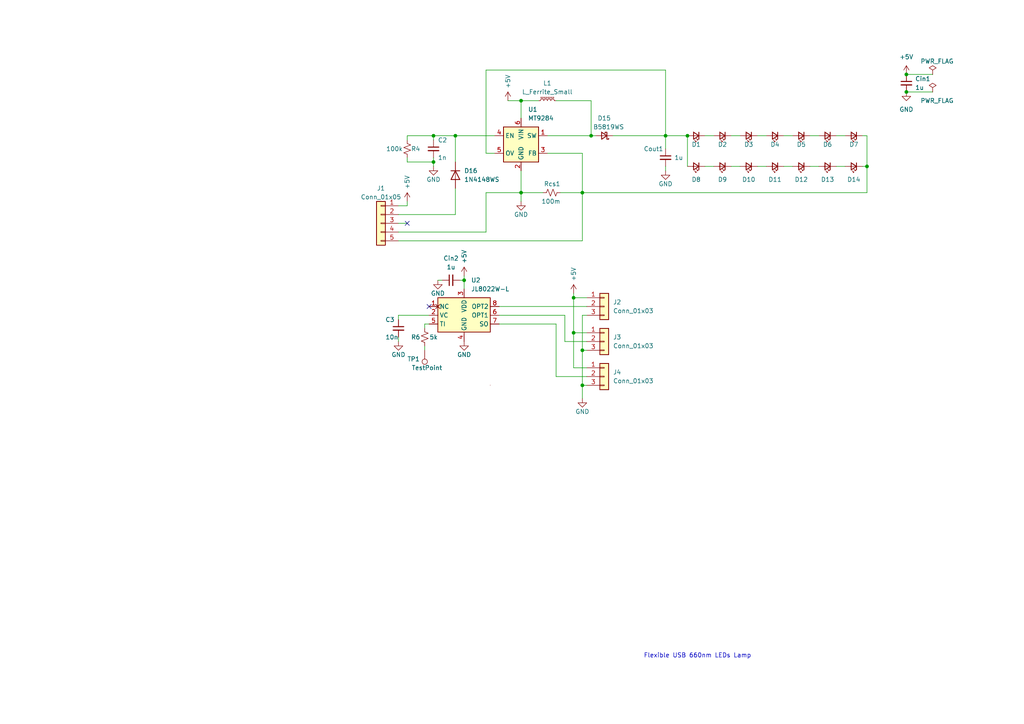
<source format=kicad_sch>
(kicad_sch (version 20211123) (generator eeschema)
  (paper "A4")
  (lib_symbols
    (symbol "Connector:TestPoint" (pin_numbers hide) (pin_names (offset 0.762) hide)
      (property "Reference" "TP" (at 0 6.858 0))
      (property "Value" "TestPoint" (at 0 5.08 0))
      (symbol "TestPoint_0_1"
        (circle (center 0 3.302) (radius 0.762))
      )
      (symbol "TestPoint_1_1"
        (pin passive line (at 0 0 90) (length 2.54) (name "1") (number "1"))
      )
    )
    (symbol "Connector_Generic:Conn_01x03" (pin_names (offset 1.016) hide)
      (property "Reference" "J" (at 0 5.08 0))
      (property "Value" "Conn_01x03" (at 0 -5.08 0))
      (symbol "Conn_01x03_1_1"
        (rectangle (start -1.27 -2.413) (end 0 -2.667) (stroke (width 0.1524)))
        (rectangle (start -1.27 0.127) (end 0 -0.127) (stroke (width 0.1524)))
        (rectangle (start -1.27 2.667) (end 0 2.413) (stroke (width 0.1524)))
        (rectangle (start -1.27 3.81) (end 1.27 -3.81) (stroke (width 0.254)) (fill (type background)))
        (pin passive line (at -5.08 2.54 0) (length 3.81) (name "Pin_1") (number "1"))
        (pin passive line (at -5.08 0 0) (length 3.81) (name "Pin_2") (number "2"))
        (pin passive line (at -5.08 -2.54 0) (length 3.81) (name "Pin_3") (number "3"))
      )
    )
    (symbol "Connector_Generic:Conn_01x05" (pin_names (offset 1.016) hide)
      (property "Reference" "J" (at 0 7.62 0))
      (property "Value" "Conn_01x05" (at 0 -7.62 0))
      (symbol "Conn_01x05_1_1"
        (rectangle (start -1.27 -4.953) (end 0 -5.207) (stroke (width 0.1524)))
        (rectangle (start -1.27 -2.413) (end 0 -2.667) (stroke (width 0.1524)))
        (rectangle (start -1.27 0.127) (end 0 -0.127) (stroke (width 0.1524)))
        (rectangle (start -1.27 2.667) (end 0 2.413) (stroke (width 0.1524)))
        (rectangle (start -1.27 5.207) (end 0 4.953) (stroke (width 0.1524)))
        (rectangle (start -1.27 6.35) (end 1.27 -6.35) (stroke (width 0.254)) (fill (type background)))
        (pin passive line (at -5.08 5.08 0) (length 3.81) (name "Pin_1") (number "1"))
        (pin passive line (at -5.08 2.54 0) (length 3.81) (name "Pin_2") (number "2"))
        (pin passive line (at -5.08 0 0) (length 3.81) (name "Pin_3") (number "3"))
        (pin passive line (at -5.08 -2.54 0) (length 3.81) (name "Pin_4") (number "4"))
        (pin passive line (at -5.08 -5.08 0) (length 3.81) (name "Pin_5") (number "5"))
      )
    )
    (symbol "Device:C_Small" (pin_numbers hide) (pin_names (offset 0.254) hide)
      (property "Reference" "C" (at 0.254 1.778 0))
      (property "Value" "C_Small" (at 0.254 -2.032 0))
      (symbol "C_Small_0_1"
        (polyline (pts (xy -1.524 -0.508) (xy 1.524 -0.508)) (stroke (width 0.3302)))
        (polyline (pts (xy -1.524 0.508) (xy 1.524 0.508)) (stroke (width 0.3048)))
      )
      (symbol "C_Small_1_1"
        (pin passive line (at 0 2.54 270) (length 2.032) (name "~") (number "1"))
        (pin passive line (at 0 -2.54 90) (length 2.032) (name "~") (number "2"))
      )
    )
    (symbol "Device:D_Schottky_Small" (pin_numbers hide) (pin_names (offset 0.254) hide)
      (property "Reference" "D" (at -1.27 2.032 0))
      (property "Value" "D_Schottky_Small" (at -7.112 -2.032 0))
      (symbol "D_Schottky_Small_0_1"
        (polyline (pts (xy -0.762 0) (xy 0.762 0)))
        (polyline (pts (xy 0.762 -1.016) (xy -0.762 0) (xy 0.762 1.016) (xy 0.762 -1.016)) (stroke (width 0.254)))
        (polyline (pts (xy -1.27 0.762) (xy -1.27 1.016) (xy -0.762 1.016) (xy -0.762 -1.016) (xy -0.254 -1.016) (xy -0.254 -0.762)) (stroke (width 0.254)))
      )
      (symbol "D_Schottky_Small_1_1"
        (pin passive line (at -2.54 0 0) (length 1.778) (name "K") (number "1"))
        (pin passive line (at 2.54 0 180) (length 1.778) (name "A") (number "2"))
      )
    )
    (symbol "Device:LED_Small" (pin_numbers hide) (pin_names (offset 0.254) hide)
      (property "Reference" "D" (at -1.27 3.175 0))
      (property "Value" "LED_Small" (at -4.445 -2.54 0))
      (symbol "LED_Small_0_1"
        (polyline (pts (xy -0.762 -1.016) (xy -0.762 1.016)) (stroke (width 0.254)))
        (polyline (pts (xy 1.016 0) (xy -0.762 0)))
        (polyline (pts (xy 0.762 -1.016) (xy -0.762 0) (xy 0.762 1.016) (xy 0.762 -1.016)) (stroke (width 0.254)))
        (polyline (pts (xy 0 0.762) (xy -0.508 1.27) (xy -0.254 1.27) (xy -0.508 1.27) (xy -0.508 1.016)))
        (polyline (pts (xy 0.508 1.27) (xy 0 1.778) (xy 0.254 1.778) (xy 0 1.778) (xy 0 1.524)))
      )
      (symbol "LED_Small_1_1"
        (pin passive line (at -2.54 0 0) (length 1.778) (name "K") (number "1"))
        (pin passive line (at 2.54 0 180) (length 1.778) (name "A") (number "2"))
      )
    )
    (symbol "Device:L_Ferrite_Small" (pin_numbers hide) (pin_names (offset 0.254) hide)
      (property "Reference" "L" (at 1.27 1.016 0))
      (property "Value" "L_Ferrite_Small" (at 1.27 -1.27 0))
      (symbol "L_Ferrite_Small_0_1"
        (arc (start 0 -2.032) (mid 0.508 -1.524) (end 0 -1.016))
        (arc (start 0 -1.016) (mid 0.508 -0.508) (end 0 0))
        (polyline (pts (xy 0.762 -1.905) (xy 0.762 -1.651)))
        (polyline (pts (xy 0.762 -1.397) (xy 0.762 -1.143)))
        (polyline (pts (xy 0.762 -0.889) (xy 0.762 -0.635)))
        (polyline (pts (xy 0.762 -0.381) (xy 0.762 -0.127)))
        (polyline (pts (xy 0.762 0.127) (xy 0.762 0.381)))
        (polyline (pts (xy 0.762 0.635) (xy 0.762 0.889)))
        (polyline (pts (xy 0.762 1.143) (xy 0.762 1.397)))
        (polyline (pts (xy 0.762 1.651) (xy 0.762 1.905)))
        (polyline (pts (xy 1.016 -1.651) (xy 1.016 -1.905)))
        (polyline (pts (xy 1.016 -1.143) (xy 1.016 -1.397)))
        (polyline (pts (xy 1.016 -0.635) (xy 1.016 -0.889)))
        (polyline (pts (xy 1.016 -0.127) (xy 1.016 -0.381)))
        (polyline (pts (xy 1.016 0.381) (xy 1.016 0.127)))
        (polyline (pts (xy 1.016 0.889) (xy 1.016 0.635)))
        (polyline (pts (xy 1.016 1.397) (xy 1.016 1.143)))
        (polyline (pts (xy 1.016 1.905) (xy 1.016 1.651)))
        (arc (start 0 0) (mid 0.508 0.508) (end 0 1.016))
        (arc (start 0 1.016) (mid 0.508 1.524) (end 0 2.032))
      )
      (symbol "L_Ferrite_Small_1_1"
        (pin passive line (at 0 2.54 270) (length 0.508) (name "~") (number "1"))
        (pin passive line (at 0 -2.54 90) (length 0.508) (name "~") (number "2"))
      )
    )
    (symbol "Device:R_Small_US" (pin_numbers hide) (pin_names (offset 0.254) hide)
      (property "Reference" "R" (at 0.762 0.508 0))
      (property "Value" "R_Small_US" (at 0.762 -1.016 0))
      (symbol "R_Small_US_1_1"
        (polyline (pts (xy 0 0) (xy 1.016 -0.381) (xy 0 -0.762) (xy -1.016 -1.143) (xy 0 -1.524)))
        (polyline (pts (xy 0 1.524) (xy 1.016 1.143) (xy 0 0.762) (xy -1.016 0.381) (xy 0 0)))
        (pin passive line (at 0 2.54 270) (length 1.016) (name "~") (number "1"))
        (pin passive line (at 0 -2.54 90) (length 1.016) (name "~") (number "2"))
      )
    )
    (symbol "Diode:1N4148WS" (pin_numbers hide) (pin_names (offset 1.016) hide)
      (property "Reference" "D" (at 0 2.54 0))
      (property "Value" "1N4148WS" (at 0 -2.54 0))
      (symbol "1N4148WS_0_1"
        (polyline (pts (xy -1.27 1.27) (xy -1.27 -1.27)) (stroke (width 0.254)))
        (polyline (pts (xy 1.27 0) (xy -1.27 0)))
        (polyline (pts (xy 1.27 1.27) (xy 1.27 -1.27) (xy -1.27 0) (xy 1.27 1.27)) (stroke (width 0.254)))
      )
      (symbol "1N4148WS_1_1"
        (pin passive line (at -3.81 0 0) (length 2.54) (name "K") (number "1"))
        (pin passive line (at 3.81 0 180) (length 2.54) (name "A") (number "2"))
      )
    )
    (symbol "MT9284_1"
      (property "Reference" "U" (at 2.1844 9.144 0))
      (property "Value" "MT9284_1" (at 4.8768 6.9088 0))
      (symbol "MT9284_1_0_1"
        (rectangle (start 5.08 -5.08) (end -5.08 5.08) (stroke (width 0.254)) (fill (type background)))
      )
      (symbol "MT9284_1_1_1"
        (pin open_collector line (at 7.62 2.54 180) (length 2.54) (name "SW") (number "1"))
        (pin power_in line (at 0 -7.62 90) (length 2.54) (name "GND") (number "2"))
        (pin input line (at 7.62 -2.54 180) (length 2.54) (name "FB") (number "3"))
        (pin input line (at -7.62 2.54 0) (length 2.54) (name "EN") (number "4"))
        (pin input line (at -7.62 -2.54 0) (length 2.54) (name "OV") (number "5"))
        (pin power_in line (at 0 7.62 270) (length 2.54) (name "VIN") (number "6"))
      )
    )
    (symbol "USB_LED_Lib:JL8022W-L"
      (property "Reference" "U" (at 1.524 8.636 0))
      (property "Value" "JL8022W-L" (at 6.604 6.604 0))
      (symbol "JL8022W-L_0_1"
        (rectangle (start -7.62 5.08) (end 7.5692 -4.8768) (stroke (width 0.254)) (fill (type background)))
        (rectangle (start 7.5692 -20.2692) (end 7.5692 -20.2692))
      )
      (symbol "JL8022W-L_1_1"
        (pin passive non_logic (at -10.16 2.54 0) (length 2.54) (name "NC") (number "1"))
        (pin input line (at -10.16 0 0) (length 2.54) (name "VC") (number "2"))
        (pin power_in line (at 0 7.62 270) (length 2.54) (name "VDD") (number "3"))
        (pin power_in line (at 0 -7.62 90) (length 2.54) (name "GND") (number "4"))
        (pin input line (at -10.16 -2.54 0) (length 2.54) (name "TI") (number "5"))
        (pin input line (at 10.16 0 180) (length 2.54) (name "OPT1") (number "6"))
        (pin output line (at 10.16 -2.54 180) (length 2.54) (name "SO") (number "7"))
        (pin input line (at 10.16 2.54 180) (length 2.54) (name "OPT2") (number "8"))
      )
    )
    (symbol "power:+5V" (power) (pin_names (offset 0))
      (property "Value" "+5V" (at 0 3.556 0))
      (symbol "+5V_0_1"
        (polyline (pts (xy -0.762 1.27) (xy 0 2.54)))
        (polyline (pts (xy 0 0) (xy 0 2.54)))
        (polyline (pts (xy 0 2.54) (xy 0.762 1.27)))
      )
      (symbol "+5V_1_1"
        (pin power_in line (at 0 0 90) (length 0) hide (name "+5V") (number "1"))
      )
    )
    (symbol "power:GND" (power) (pin_names (offset 0))
      (property "Value" "GND" (at 0 -3.81 0))
      (symbol "GND_0_1"
        (polyline (pts (xy 0 0) (xy 0 -1.27) (xy 1.27 -1.27) (xy 0 -2.54) (xy -1.27 -1.27) (xy 0 -1.27)))
      )
      (symbol "GND_1_1"
        (pin power_in line (at 0 0 270) (length 0) hide (name "GND") (number "1"))
      )
    )
    (symbol "power:PWR_FLAG" (power) (pin_numbers hide) (pin_names (offset 0) hide)
      (property "Value" "PWR_FLAG" (at 0 3.81 0))
      (symbol "PWR_FLAG_0_0"
        (pin power_out line (at 0 0 90) (length 0) (name "pwr") (number "1"))
      )
      (symbol "PWR_FLAG_0_1"
        (polyline (pts (xy 0 0) (xy 0 1.27) (xy -1.016 1.905) (xy 0 2.54) (xy 1.016 1.905) (xy 0 1.27)))
      )
    )
  )
  (junction (at 151.13 29.21))
  (junction (at 134.62 81.28))
  (junction (at 251.46 48.26))
  (junction (at 171.45 39.37))
  (junction (at 193.04 39.37))
  (junction (at 168.91 55.88))
  (junction (at 262.89 21.59))
  (junction (at 166.37 96.52))
  (junction (at 125.73 46.99))
  (junction (at 125.73 39.37))
  (junction (at 166.37 86.36))
  (junction (at 168.91 101.6))
  (junction (at 132.08 39.37))
  (junction (at 199.39 39.37))
  (junction (at 262.89 26.67))
  (junction (at 168.91 111.76))
  (junction (at 151.13 55.88))
  (no_connect (at 118.11 64.77))
  (no_connect (at 124.46 88.9))
  (wire (pts (xy 193.04 48.26) (xy 193.04 49.53)))
  (wire (pts (xy 234.95 39.37) (xy 237.49 39.37)))
  (wire (pts (xy 134.62 81.28) (xy 134.62 83.82)))
  (wire (pts (xy 118.11 45.72) (xy 118.11 46.99)))
  (wire (pts (xy 212.09 39.37) (xy 214.63 39.37)))
  (wire (pts (xy 168.91 91.44) (xy 170.18 91.44)))
  (wire (pts (xy 227.33 48.26) (xy 229.87 48.26)))
  (wire (pts (xy 140.97 44.45) (xy 143.51 44.45)))
  (wire (pts (xy 151.13 29.21) (xy 156.21 29.21)))
  (wire (pts (xy 193.04 20.32) (xy 193.04 39.37)))
  (wire (pts (xy 125.73 46.99) (xy 125.73 48.26)))
  (wire (pts (xy 132.08 39.37) (xy 125.73 39.37)))
  (wire (pts (xy 242.57 39.37) (xy 245.11 39.37)))
  (wire (pts (xy 124.46 93.98) (xy 123.19 93.98)))
  (wire (pts (xy 242.57 48.26) (xy 245.11 48.26)))
  (wire (pts (xy 227.33 39.37) (xy 229.87 39.37)))
  (wire (pts (xy 127 81.28) (xy 128.27 81.28)))
  (wire (pts (xy 115.57 59.69) (xy 118.11 59.69)))
  (wire (pts (xy 168.91 55.88) (xy 251.46 55.88)))
  (wire (pts (xy 144.78 91.44) (xy 163.83 91.44)))
  (wire (pts (xy 168.91 101.6) (xy 170.18 101.6)))
  (wire (pts (xy 161.29 93.98) (xy 161.29 109.22)))
  (wire (pts (xy 177.8 39.37) (xy 193.04 39.37)))
  (wire (pts (xy 118.11 58.42) (xy 118.11 59.69)))
  (wire (pts (xy 132.08 39.37) (xy 143.51 39.37)))
  (wire (pts (xy 166.37 85.09) (xy 166.37 86.36)))
  (wire (pts (xy 132.08 54.61) (xy 132.08 62.23)))
  (wire (pts (xy 168.91 101.6) (xy 168.91 111.76)))
  (wire (pts (xy 250.19 48.26) (xy 251.46 48.26)))
  (wire (pts (xy 250.19 39.37) (xy 251.46 39.37)))
  (wire (pts (xy 171.45 39.37) (xy 172.72 39.37)))
  (wire (pts (xy 132.08 46.99) (xy 132.08 39.37)))
  (wire (pts (xy 115.57 91.44) (xy 124.46 91.44)))
  (wire (pts (xy 123.19 93.98) (xy 123.19 95.25)))
  (wire (pts (xy 168.91 91.44) (xy 168.91 101.6)))
  (wire (pts (xy 270.51 21.59) (xy 262.89 21.59)))
  (wire (pts (xy 262.89 26.67) (xy 270.51 26.67)))
  (wire (pts (xy 115.57 99.06) (xy 115.57 97.79)))
  (wire (pts (xy 151.13 55.88) (xy 157.48 55.88)))
  (wire (pts (xy 123.19 100.33) (xy 123.19 101.6)))
  (wire (pts (xy 115.57 64.77) (xy 118.11 64.77)))
  (wire (pts (xy 162.56 55.88) (xy 168.91 55.88)))
  (wire (pts (xy 158.75 44.45) (xy 168.91 44.45)))
  (wire (pts (xy 140.97 20.32) (xy 193.04 20.32)))
  (wire (pts (xy 151.13 29.21) (xy 151.13 34.29)))
  (wire (pts (xy 168.91 55.88) (xy 168.91 69.85)))
  (wire (pts (xy 140.97 55.88) (xy 151.13 55.88)))
  (wire (pts (xy 199.39 39.37) (xy 199.39 48.26)))
  (wire (pts (xy 193.04 39.37) (xy 193.04 43.18)))
  (wire (pts (xy 166.37 96.52) (xy 170.18 96.52)))
  (wire (pts (xy 204.47 48.26) (xy 207.01 48.26)))
  (wire (pts (xy 166.37 96.52) (xy 166.37 106.68)))
  (wire (pts (xy 163.83 99.06) (xy 170.18 99.06)))
  (wire (pts (xy 115.57 62.23) (xy 132.08 62.23)))
  (wire (pts (xy 161.29 109.22) (xy 170.18 109.22)))
  (wire (pts (xy 118.11 39.37) (xy 118.11 40.64)))
  (wire (pts (xy 144.78 93.98) (xy 161.29 93.98)))
  (wire (pts (xy 133.35 81.28) (xy 134.62 81.28)))
  (wire (pts (xy 170.18 106.68) (xy 166.37 106.68)))
  (wire (pts (xy 161.29 29.21) (xy 171.45 29.21)))
  (wire (pts (xy 163.83 91.44) (xy 163.83 99.06)))
  (wire (pts (xy 251.46 39.37) (xy 251.46 48.26)))
  (wire (pts (xy 212.09 48.26) (xy 214.63 48.26)))
  (wire (pts (xy 166.37 86.36) (xy 166.37 96.52)))
  (wire (pts (xy 251.46 48.26) (xy 251.46 55.88)))
  (wire (pts (xy 234.95 48.26) (xy 237.49 48.26)))
  (wire (pts (xy 219.71 48.26) (xy 222.25 48.26)))
  (wire (pts (xy 140.97 20.32) (xy 140.97 44.45)))
  (wire (pts (xy 115.57 67.31) (xy 140.97 67.31)))
  (wire (pts (xy 171.45 29.21) (xy 171.45 39.37)))
  (wire (pts (xy 125.73 39.37) (xy 125.73 40.64)))
  (wire (pts (xy 118.11 46.99) (xy 125.73 46.99)))
  (wire (pts (xy 134.62 80.01) (xy 134.62 81.28)))
  (wire (pts (xy 168.91 111.76) (xy 170.18 111.76)))
  (wire (pts (xy 158.75 39.37) (xy 171.45 39.37)))
  (wire (pts (xy 193.04 39.37) (xy 199.39 39.37)))
  (wire (pts (xy 125.73 39.37) (xy 118.11 39.37)))
  (wire (pts (xy 151.13 49.53) (xy 151.13 55.88)))
  (wire (pts (xy 151.13 58.42) (xy 151.13 55.88)))
  (wire (pts (xy 125.73 45.72) (xy 125.73 46.99)))
  (wire (pts (xy 168.91 111.76) (xy 168.91 115.57)))
  (wire (pts (xy 140.97 67.31) (xy 140.97 55.88)))
  (wire (pts (xy 168.91 44.45) (xy 168.91 55.88)))
  (wire (pts (xy 144.78 88.9) (xy 170.18 88.9)))
  (wire (pts (xy 204.47 39.37) (xy 207.01 39.37)))
  (wire (pts (xy 166.37 86.36) (xy 170.18 86.36)))
  (wire (pts (xy 147.32 29.21) (xy 151.13 29.21)))
  (wire (pts (xy 115.57 69.85) (xy 168.91 69.85)))
  (wire (pts (xy 219.71 39.37) (xy 222.25 39.37)))
  (wire (pts (xy 115.57 92.71) (xy 115.57 91.44)))
  (text "Flexible USB 660nm LEDs Lamp\n " (at 186.69 193.04 0) (effects (font (size 1.27 1.27)) (justify left bottom)))
  (symbol (lib_id "Device:C_Small") (at 262.89 24.13 0) (unit 1)
    (property "Reference" "Cin1" (at 265.43 22.8662 0) (effects (justify left)))
    (property "Value" "1u" (at 265.43 25.4062 0) (effects (justify left)))
    (property "Footprint" "Capacitor_SMD:C_0603_1608Metric" (effects hide))
  )
  (symbol (lib_id "USB_LED_Lib:JL8022W-L") (at 134.62 91.44 0) (unit 1)
    (property "Reference" "U2" (at 136.6394 81.28 0) (effects (justify left)))
    (property "Value" "JL8022W-L" (at 136.6394 83.82 0) (effects (justify left)))
    (property "Footprint" "Package_SO:SOIC-8_3.9x4.9mm_P1.27mm" (effects hide))
    (property "Datasheet" "https://item.taobao.com/item.htm?id=573390368273" (effects hide))
  )
  (symbol (lib_id "power:GND") (at 262.89 26.67 0) (unit 1)
    (property "Reference" "#PWR05" (effects hide))
    (property "Value" "GND" (at 262.89 31.75 0))
  )
  (symbol (lib_id "Device:D_Schottky_Small") (at 175.26 39.37 180) (unit 1)
    (property "Reference" "D15" (at 175.26 34.29 0))
    (property "Value" "B5819WS" (at 176.53 36.83 0))
    (property "Footprint" "Diode_SMD:D_SOD-323" (effects hide))
  )
  (symbol (lib_id "Connector_Generic:Conn_01x03") (at 175.26 109.22 0) (unit 1)
    (property "Reference" "J4" (at 177.8 107.9499 0) (effects (justify left)))
    (property "Value" "Conn_01x03" (at 177.8 110.4899 0) (effects (justify left)))
    (property "Footprint" "Connector_PinHeader_2.54mm:PinHeader_1x03_P2.54mm_Vertical" (effects hide))
  )
  (symbol (lib_id "Device:LED_Small") (at 232.41 48.26 180) (unit 1)
    (property "Reference" "D12" (at 232.41 52.07 0))
    (property "Value" "660nm" (effects hide))
    (property "Footprint" "LED_SMD:LED_Yuji_5730" (effects hide))
  )
  (symbol (lib_id "power:GND") (at 193.04 49.53 0) (unit 1)
    (property "Reference" "#PWR0106" (effects hide))
    (property "Value" "GND" (at 193.04 53.34 0))
  )
  (symbol (lib_id "Device:LED_Small") (at 217.17 39.37 180) (unit 1)
    (property "Reference" "D3" (at 217.17 41.91 0))
    (property "Value" "660nm" (effects hide))
    (property "Footprint" "LED_SMD:LED_Yuji_5730" (effects hide))
  )
  (symbol (lib_id "Device:LED_Small") (at 217.17 48.26 180) (unit 1)
    (property "Reference" "D10" (at 217.17 52.07 0))
    (property "Value" "660nm" (effects hide))
    (property "Footprint" "LED_SMD:LED_Yuji_5730" (effects hide))
  )
  (symbol (lib_id "Device:LED_Small") (at 240.03 39.37 180) (unit 1)
    (property "Reference" "D6" (at 240.03 41.91 0))
    (property "Value" "660nm" (effects hide))
    (property "Footprint" "LED_SMD:LED_Yuji_5730" (effects hide))
  )
  (symbol (lib_id "Device:C_Small") (at 115.57 95.25 0) (unit 1)
    (property "Reference" "C3" (at 111.76 92.71 0) (effects (justify left)))
    (property "Value" "10n" (at 111.76 97.79 0) (effects (justify left)))
    (property "Footprint" "Capacitor_SMD:C_0603_1608Metric" (effects hide))
  )
  (symbol (lib_id "Connector:TestPoint") (at 123.19 101.6 180) (unit 1)
    (property "Reference" "TP1" (at 118.11 104.14 0) (effects (justify right)))
    (property "Value" "TestPoint" (at 119.38 106.68 0) (effects (justify right)))
    (property "Footprint" "TestPoint:TestPoint_Loop_D2.50mm_Drill1.0mm" (effects hide))
  )
  (symbol (lib_id "Device:L_Ferrite_Small") (at 158.75 29.21 90) (unit 1)
    (property "Reference" "L1" (at 158.75 24.13 90))
    (property "Value" "L_Ferrite_Small" (at 158.75 26.67 90))
    (property "Footprint" "Inductor_SMD:L_Abracon_ASPI-3012S" (effects hide))
  )
  (symbol (lib_id "power:GND") (at 127 81.28 0) (unit 1)
    (property "Reference" "#PWR0104" (effects hide))
    (property "Value" "GND" (at 127 85.09 0))
  )
  (symbol (lib_id "Device:C_Small") (at 125.73 43.18 0) (unit 1)
    (property "Reference" "C2" (at 127 40.64 0) (effects (justify left)))
    (property "Value" "1n" (at 127 45.72 0) (effects (justify left)))
    (property "Footprint" "Capacitor_SMD:C_0603_1608Metric" (effects hide))
  )
  (symbol (lib_id "power:GND") (at 134.62 99.06 0) (unit 1)
    (property "Reference" "#PWR0103" (effects hide))
    (property "Value" "GND" (at 134.62 102.87 0))
  )
  (symbol (lib_name "MT9284_1") (lib_id "USB_LED_Lib:MT9284") (at 151.13 41.91 0) (unit 1)
    (property "Reference" "U1" (at 153.1494 31.75 0) (effects (justify left)))
    (property "Value" "MT9284" (at 153.1494 34.29 0) (effects (justify left)))
    (property "Footprint" "Package_TO_SOT_SMD:SOT-23-6" (effects hide))
    (property "Datasheet" "https://datasheet.lcsc.com/szlcsc/1806041028_XI-AN-Aerosemi-Tech-MT9284-28J_C181780.pdf" (effects hide))
  )
  (symbol (lib_id "power:+5V") (at 166.37 85.09 0) (unit 1)
    (property "Reference" "#PWR0105" (effects hide))
    (property "Value" "+5V" (at 166.37 77.47 90) (effects (justify right)))
  )
  (symbol (lib_id "Connector_Generic:Conn_01x03") (at 175.26 99.06 0) (unit 1)
    (property "Reference" "J3" (at 177.8 97.7899 0) (effects (justify left)))
    (property "Value" "Conn_01x03" (at 177.8 100.3299 0) (effects (justify left)))
    (property "Footprint" "Connector_PinHeader_2.54mm:PinHeader_1x03_P2.54mm_Vertical" (effects hide))
  )
  (symbol (lib_id "Connector_Generic:Conn_01x05") (at 110.49 64.77 0) (mirror y) (unit 1)
    (property "Reference" "J1" (at 110.49 54.61 0))
    (property "Value" "Conn_01x05" (at 110.49 57.15 0))
    (property "Footprint" "Connector_PinHeader_2.54mm:PinHeader_1x05_P2.54mm_Vertical" (effects hide))
  )
  (symbol (lib_id "power:+5V") (at 147.32 29.21 0) (unit 1)
    (property "Reference" "#PWR01" (effects hide))
    (property "Value" "+5V" (at 147.32 21.59 90) (effects (justify right)))
  )
  (symbol (lib_id "Device:C_Small") (at 193.04 45.72 0) (unit 1)
    (property "Reference" "Cout1" (at 186.69 43.18 0) (effects (justify left)))
    (property "Value" "1u" (at 195.58 45.72 0) (effects (justify left)))
    (property "Footprint" "Capacitor_SMD:C_0603_1608Metric" (effects hide))
  )
  (symbol (lib_id "power:GND") (at 115.57 99.06 0) (unit 1)
    (property "Reference" "#PWR02" (effects hide))
    (property "Value" "GND" (at 115.57 102.87 0))
  )
  (symbol (lib_id "Device:LED_Small") (at 232.41 39.37 180) (unit 1)
    (property "Reference" "D5" (at 232.41 41.91 0))
    (property "Value" "660nm" (effects hide))
    (property "Footprint" "LED_SMD:LED_Yuji_5730" (effects hide))
  )
  (symbol (lib_id "Connector_Generic:Conn_01x03") (at 175.26 88.9 0) (unit 1)
    (property "Reference" "J2" (at 177.8 87.6299 0) (effects (justify left)))
    (property "Value" "Conn_01x03" (at 177.8 90.1699 0) (effects (justify left)))
    (property "Footprint" "Connector_PinHeader_2.54mm:PinHeader_1x03_P2.54mm_Vertical" (effects hide))
  )
  (symbol (lib_id "power:GND") (at 125.73 48.26 0) (unit 1)
    (property "Reference" "#PWR0102" (effects hide))
    (property "Value" "GND" (at 125.73 52.07 0))
  )
  (symbol (lib_id "power:+5V") (at 118.11 58.42 0) (unit 1)
    (property "Reference" "#PWR0108" (effects hide))
    (property "Value" "+5V" (at 118.11 50.8 90) (effects (justify right)))
  )
  (symbol (lib_id "Device:R_Small_US") (at 160.02 55.88 90) (unit 1)
    (property "Reference" "Rcs1" (at 162.56 53.34 90) (effects (justify left)))
    (property "Value" "100m" (at 162.56 58.42 90) (effects (justify left)))
    (property "Footprint" "Resistor_SMD:R_0805_2012Metric_Pad1.20x1.40mm_HandSolder" (effects hide))
  )
  (symbol (lib_id "Diode:1N4148WS") (at 132.08 50.8 270) (unit 1)
    (property "Reference" "D16" (at 134.62 49.5299 90) (effects (justify left)))
    (property "Value" "1N4148WS" (at 134.62 52.0699 90) (effects (justify left)))
    (property "Footprint" "Diode_SMD:D_SOD-323" (effects hide))
    (property "Datasheet" "https://www.vishay.com/docs/85751/1n4148ws.pdf" (effects hide))
  )
  (symbol (lib_id "Device:R_Small_US") (at 118.11 43.18 180) (unit 1)
    (property "Reference" "R4" (at 121.92 43.18 0) (effects (justify left)))
    (property "Value" "100k" (at 116.84 43.18 0) (effects (justify left)))
    (property "Footprint" "Resistor_THT:R_Box_L8.4mm_W2.5mm_P5.08mm" (effects hide))
  )
  (symbol (lib_id "Device:LED_Small") (at 247.65 48.26 180) (unit 1)
    (property "Reference" "D14" (at 247.65 52.07 0))
    (property "Value" "660nm" (effects hide))
    (property "Footprint" "LED_SMD:LED_Yuji_5730" (effects hide))
  )
  (symbol (lib_id "Device:LED_Small") (at 209.55 48.26 180) (unit 1)
    (property "Reference" "D9" (at 209.55 52.07 0))
    (property "Value" "660nm" (effects hide))
    (property "Footprint" "LED_SMD:LED_Yuji_5730" (effects hide))
  )
  (symbol (lib_id "Device:R_Small_US") (at 123.19 97.79 180) (unit 1)
    (property "Reference" "R6" (at 121.92 97.79 0) (effects (justify left)))
    (property "Value" "5k" (at 127 97.79 0) (effects (justify left)))
    (property "Footprint" "Resistor_SMD:R_0603_1608Metric" (effects hide))
  )
  (symbol (lib_id "Device:LED_Small") (at 224.79 39.37 180) (unit 1)
    (property "Reference" "D4" (at 224.79 41.91 0))
    (property "Value" "660nm" (effects hide))
    (property "Footprint" "LED_SMD:LED_Yuji_5730" (effects hide))
  )
  (symbol (lib_id "power:GND") (at 168.91 115.57 0) (unit 1)
    (property "Reference" "#PWR0107" (effects hide))
    (property "Value" "GND" (at 168.91 119.38 0))
  )
  (symbol (lib_id "Device:LED_Small") (at 247.65 39.37 180) (unit 1)
    (property "Reference" "D7" (at 247.65 41.91 0))
    (property "Value" "660nm" (effects hide))
    (property "Footprint" "LED_SMD:LED_Yuji_5730" (effects hide))
  )
  (symbol (lib_id "Device:LED_Small") (at 224.79 48.26 180) (unit 1)
    (property "Reference" "D11" (at 224.79 52.07 0))
    (property "Value" "660nm" (effects hide))
    (property "Footprint" "LED_SMD:LED_Yuji_5730" (effects hide))
  )
  (symbol (lib_id "power:GND") (at 151.13 58.42 0) (unit 1)
    (property "Reference" "#PWR03" (effects hide))
    (property "Value" "GND" (at 151.13 62.23 0))
  )
  (symbol (lib_id "Device:LED_Small") (at 240.03 48.26 180) (unit 1)
    (property "Reference" "D13" (at 240.03 52.07 0))
    (property "Value" "660nm" (effects hide))
    (property "Footprint" "LED_SMD:LED_Yuji_5730" (effects hide))
  )
  (symbol (lib_id "power:PWR_FLAG") (at 270.51 26.67 0) (unit 1)
    (property "Reference" "#FLG02" (effects hide))
    (property "Value" "PWR_FLAG" (at 271.78 29.21 0))
  )
  (symbol (lib_id "power:+5V") (at 262.89 21.59 0) (unit 1)
    (property "Reference" "#PWR04" (effects hide))
    (property "Value" "+5V" (at 262.89 16.51 0))
  )
  (symbol (lib_id "power:PWR_FLAG") (at 270.51 21.59 0) (unit 1)
    (property "Reference" "#FLG01" (effects hide))
    (property "Value" "PWR_FLAG" (at 271.78 17.78 0))
  )
  (symbol (lib_id "Device:LED_Small") (at 201.93 39.37 180) (unit 1)
    (property "Reference" "D1" (at 201.93 41.91 0))
    (property "Value" "660nm" (effects hide))
    (property "Footprint" "LED_SMD:LED_Yuji_5730" (effects hide))
  )
  (symbol (lib_id "Device:LED_Small") (at 201.93 48.26 180) (unit 1)
    (property "Reference" "D8" (at 201.93 52.07 0))
    (property "Value" "660nm" (effects hide))
    (property "Footprint" "LED_SMD:LED_Yuji_5730" (effects hide))
  )
  (symbol (lib_id "power:+5V") (at 134.62 80.01 0) (unit 1)
    (property "Reference" "#PWR0101" (effects hide))
    (property "Value" "+5V" (at 134.62 72.39 90) (effects (justify right)))
  )
  (symbol (lib_id "Device:LED_Small") (at 209.55 39.37 180) (unit 1)
    (property "Reference" "D2" (at 209.55 41.91 0))
    (property "Value" "660nm" (effects hide))
    (property "Footprint" "LED_SMD:LED_Yuji_5730" (effects hide))
  )
  (symbol (lib_id "Device:C_Small") (at 130.81 81.28 90) (unit 1)
    (property "Reference" "Cin2" (at 130.8163 74.93 90))
    (property "Value" "1u" (at 130.8163 77.47 90))
    (property "Footprint" "Capacitor_SMD:C_0603_1608Metric" (effects hide))
  )
)
</source>
